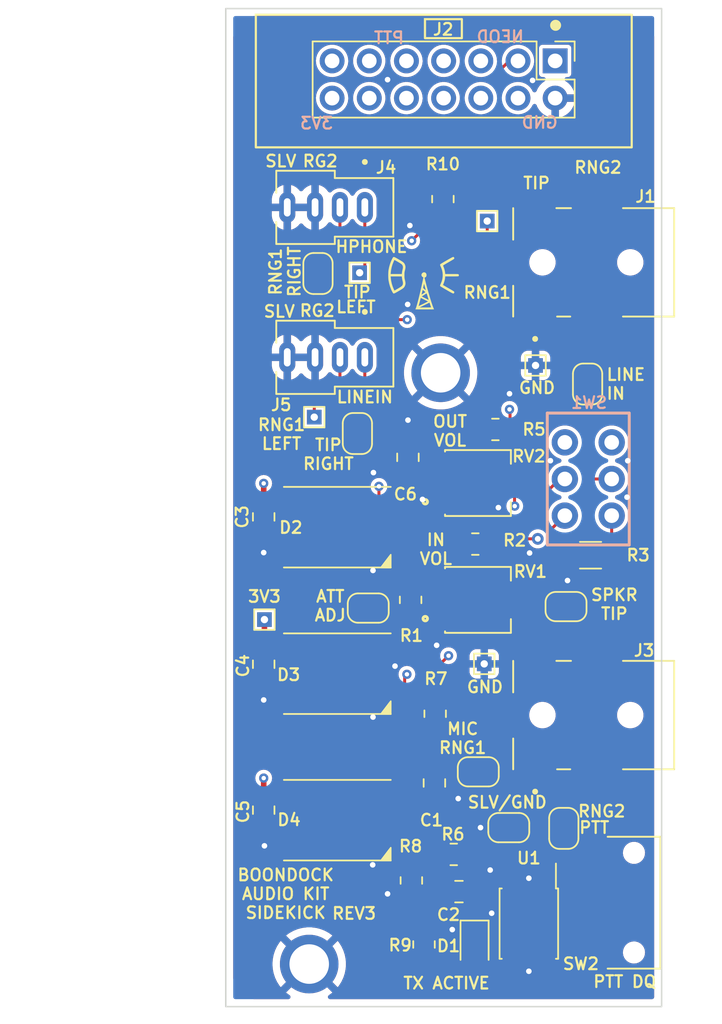
<source format=kicad_pcb>
(kicad_pcb (version 20211014) (generator pcbnew)
  (layers (0 "F.Cu" signal) (1 "In1.Cu" signal) (2 "In2.Cu" signal) (31 "B.Cu" signal) (34 "B.Paste" user) (35 "F.Paste" user) (36 "B.SilkS" user "B.Silkscreen") (37 "F.SilkS" user "F.Silkscreen") (38 "B.Mask" user) (39 "F.Mask" user) (44 "Edge.Cuts" user))
  (net 0 "")
  (net 1 "GND")
  (net 2 "+3.3V")
  (net 3 "/RADIO_OUT")
  (net 4 "/RADIO_IN")
  (net 5 "Net-(D2-Pad2)")
  (net 6 "/GPIO22")
  (net 7 "/GPIO18")
  (net 8 "Net-(J4-Pad1)")
  (net 9 "Net-(J4-Pad2)")
  (net 10 "/AFIN")
  (net 11 "/NEOD")
  (net 12 "Net-(D1-Pad2)")
  (net 13 "/LINEIN")
  (net 14 "Net-(D3-Pad2)")
  (net 15 "Net-(J5-Pad1)")
  (net 16 "/AFOUT")
  (net 17 "/COMBAUD")
  (net 18 "/PTT")
  (net 19 "Net-(JP6-Pad1)")
  (net 20 "/ATT_IN")
  (net 21 "/ATT_OUT")
  (net 22 "Net-(SW1-Pad3)")
  (net 23 "Net-(SW2-Pad1)")
  (net 36 "Net-(J5-Pad2)")
  (net 37 "Net-(R2-Pad2)")
  (net 38 "Net-(R5-Pad1)")
  (net 39 "Net-(R7-Pad2)")
  (net 40 "Net-(R6-Pad1)")
  (net 41 "Net-(J1-Pad3)")
  (net 42 "Net-(J3-Pad1)")
  (net 43 "Net-(J3-Pad3)")
  (net 44 "Net-(J3-Pad4_1)")
  (net 45 "unconnected-(J1-Pad4_1)")
  (footprint "Jumper:SolderJumper-2_P1.3mm_Open_RoundedPad1.0x1.5mm" (layer "F.Cu") (at 57.9628 75.946 180)
    (fp_text reference "JP6" hide)
    (fp_text value "Jumper_2_Open")
  )
  (footprint "Boondock-r1:SP-3541_PCBWay" (layer "F.Cu") (at 55.18 48.595)
    (fp_text reference "J4")
    (fp_text value "SP-3541")
  )
  (footprint "TestPoint:TestPoint_THTPad_1.0x1.0mm_Drill0.5mm" (layer "F.Cu") (at 66.0908 49.53)
    (fp_text reference "TP3" hide)
    (fp_text value "TP")
  )
  (footprint "Jumper:SolderJumper-2_P1.3mm_Bridged2Bar_RoundedPad1.0x1.5mm" (layer "F.Cu") (at 71.3232 90.9828 -90)
    (fp_text reference "JP3" hide)
    (fp_text value "JMP")
  )
  (footprint "Resistor_SMD:R_0805_2012Metric_Pad1.20x1.40mm_HandSolder" (layer "F.Cu") (at 65.278 71.5772 180)
    (fp_text reference "R2")
    (fp_text value "5.1k")
  )
  (footprint "Capacitor_SMD:C_0805_2012Metric_Pad1.18x1.45mm_HandSolder" (layer "F.Cu") (at 50.8208 69.7214 90)
    (fp_text reference "C3")
    (fp_text value "0.1u")
  )
  (footprint "Fiducial:Fiducial_0.75mm_Mask1.5mm" (layer "F.Cu") (at 49.5 36.295)
    (fp_text reference "FID3" hide)
    (fp_text value "Fiducial")
  )
  (footprint "Boondock-r1:SJ2-3594A-SMT-TR" (layer "F.Cu") (at 73.3656 83.2502 180)
    (fp_text reference "J3")
    (fp_text value "SJ2-3594A-SMT-TR")
  )
  (footprint "Capacitor_SMD:C_0805_2012Metric_Pad1.18x1.45mm_HandSolder" (layer "F.Cu") (at 62.484 87.884 -90)
    (fp_text reference "C1")
    (fp_text value "NP")
  )
  (footprint "TestPoint:TestPoint_THTPad_1.0x1.0mm_Drill0.5mm" (layer "F.Cu") (at 69.3928 59.3852)
    (fp_text reference "TP2" hide)
    (fp_text value "TP")
  )
  (footprint "Boondock-r1:SJ2-3594A-SMT-TR" (layer "F.Cu") (at 73.3656 52.3478 180)
    (fp_text reference "J1")
    (fp_text value "SJ2-3594A-SMT-TR")
  )
  (footprint "Boondock-r1:LED_WS2812B_PLCC4" (layer "F.Cu") (at 55.85 90.425)
    (fp_text reference "D4")
    (fp_text value "WS2812B")
  )
  (footprint "Fiducial:Fiducial_0.75mm_Mask1.5mm" (layer "F.Cu") (at 76.7288 36.295)
    (fp_text reference "FID2" hide)
    (fp_text value "Fiducial")
  )
  (footprint "Resistor_SMD:R_0805_2012Metric_Pad1.20x1.40mm_HandSolder" (layer "F.Cu") (at 66.6496 63.754)
    (fp_text reference "R5")
    (fp_text value "1k")
  )
  (footprint "Jumper:SolderJumper-2_P1.3mm_Bridged2Bar_RoundedPad1.0x1.5mm" (layer "F.Cu") (at 71.4756 75.8444)
    (fp_text reference "JP5" hide)
    (fp_text value "JMP")
  )
  (footprint "TestPoint:TestPoint_THTPad_1.0x1.0mm_Drill0.5mm" (layer "F.Cu") (at 54.2752 62.9142)
    (fp_text reference "TP9" hide)
    (fp_text value "TP")
  )
  (footprint "Jumper:SolderJumper-2_P1.3mm_Bridged2Bar_RoundedPad1.0x1.5mm" (layer "F.Cu") (at 57.2216 64.0318 90)
    (fp_text reference "JP8" hide)
    (fp_text value "JMP")
  )
  (footprint "TestPoint:TestPoint_THTPad_1.0x1.0mm_Drill0.5mm" (layer "F.Cu") (at 50.8716 76.7318)
    (fp_text reference "TP4" hide)
    (fp_text value "TP")
  )
  (footprint "Fiducial:Fiducial_0.75mm_Mask1.5mm" (layer "F.Cu") (at 49.5 101.8778)
    (fp_text reference "FID1" hide)
    (fp_text value "Fiducial" hide)
  )
  (footprint "Boondock-r3:LOGO" (layer "F.Cu") (at 61.732825 53.677964)
    (fp_text reference "LOGO1")
    (fp_text value "Fiducial" hide)
  )
  (footprint "Resistor_SMD:R_0805_2012Metric_Pad1.20x1.40mm_HandSolder" (layer "F.Cu") (at 60.9092 94.5388 -90)
    (fp_text reference "R8")
    (fp_text value "10k")
  )
  (footprint "Resistor_SMD:R_0805_2012Metric" (layer "F.Cu") (at 63.0636 48.0298 90)
    (fp_text reference "R10")
    (fp_text value "51")
  )
  (footprint "Boondock-r1:SP-3541_PCBWay" (layer "F.Cu") (at 55.18 58.83)
    (fp_text reference "J5")
    (fp_text value "SP-3541")
  )
  (footprint "TestPoint:TestPoint_THTPad_1.0x1.0mm_Drill0.5mm" (layer "F.Cu") (at 65.8876 79.756)
    (fp_text reference "TP1" hide)
    (fp_text value "TP")
  )
  (footprint "Capacitor_SMD:C_0805_2012Metric_Pad1.18x1.45mm_HandSolder" (layer "F.Cu") (at 50.8208 79.7798 90)
    (fp_text reference "C4")
    (fp_text value "0.1u")
  )
  (footprint "Capacitor_SMD:C_0805_2012Metric_Pad1.18x1.45mm_HandSolder" (layer "F.Cu") (at 64.1604 95.3008 180)
    (fp_text reference "C2")
    (fp_text value "0.1u")
  )
  (footprint "Boondock-r1:LED_WS2812B_PLCC4" (layer "F.Cu") (at 55.85 80.425)
    (fp_text reference "D3")
    (fp_text value "WS2812B")
  )
  (footprint "Resistor_SMD:R_0805_2012Metric_Pad1.20x1.40mm_HandSolder" (layer "F.Cu") (at 63.8048 92.7608 180)
    (fp_text reference "R6")
    (fp_text value "1k")
  )
  (footprint "Jumper:SolderJumper-2_P1.3mm_Bridged2Bar_RoundedPad1.0x1.5mm" (layer "F.Cu") (at 65.4812 87.122 180)
    (fp_text reference "JP4" hide)
    (fp_text value "JMP")
  )
  (footprint "Resistor_SMD:R_1206_3216Metric_Pad1.30x1.75mm_HandSolder" (layer "F.Cu") (at 73.152 72.3392)
    (fp_text reference "R3")
    (fp_text value "NP")
  )
  (footprint "Boondock-r1:TRIM_3314J-1-103E" (layer "F.Cu") (at 65.4592 67.4116 -90)
    (fp_text reference "RV2")
    (fp_text value "5k")
  )
  (footprint "Package_SO:SO-4_4.4x3.6mm_P2.54mm" (layer "F.Cu") (at 68.9356 97.4852 -90)
    (fp_text reference "U1")
    (fp_text value "LTV-355T")
  )
  (footprint "Boondock-r1:TRIM_3314J-1-103E" (layer "F.Cu") (at 65.4592 75.3872 -90)
    (fp_text reference "RV1")
    (fp_text value "5k")
  )
  (footprint "Boondock-r1:SW_JS102011SAQN" (layer "F.Cu") (at 76.1184 96.0552 90)
    (fp_text reference "SW2")
    (fp_text value "SW_SLIDE_SPDT")
  )
  (footprint "MountingHole:MountingHole_2.7mm_M2.5_ISO7380_Pad" (layer "F.Cu") (at 62.91 59.885)
    (fp_text reference "H1" hide)
    (fp_text value "MTG")
  )
  (footprint "TestPoint:TestPoint_THTPad_1.0x1.0mm_Drill0.5mm" (layer "F.Cu") (at 57.374 53.059)
    (fp_text reference "TP6" hide)
    (fp_text value "TP")
  )
  (footprint "Resistor_SMD:R_0805_2012Metric_Pad1.20x1.40mm_HandSolder" (layer "F.Cu") (at 61.7728 98.9076 90)
    (fp_text reference "R9")
    (fp_text value "680")
  )
  (footprint "Resistor_SMD:R_0805_2012Metric_Pad1.20x1.40mm_HandSolder" (layer "F.Cu") (at 62.5348 83.1596 90)
    (fp_text reference "R7")
    (fp_text value "100")
  )
  (footprint "Jumper:SolderJumper-2_P1.3mm_Bridged2Bar_RoundedPad1.0x1.5mm" (layer "F.Cu") (at 67.564 90.932 180)
    (fp_text reference "JP2" hide)
    (fp_text value "JMP")
  )
  (footprint "Jumper:SolderJumper-2_P1.3mm_Bridged2Bar_RoundedPad1.0x1.5mm" (layer "F.Cu") (at 72.9488 60.6552 -90)
    (fp_text reference "JP1" hide)
    (fp_text value "JMP")
  )
  (footprint "Capacitor_SMD:C_0805_2012Metric_Pad1.18x1.45mm_HandSolder" (layer "F.Cu") (at 60.676 65.6574 90)
    (fp_text reference "C6")
    (fp_text value "NP")
  )
  (footprint "Jumper:SolderJumper-2_P1.3mm_Bridged2Bar_RoundedPad1.0x1.5mm" (layer "F.Cu") (at 54.5292 53.1098 90)
    (fp_text reference "JP7" hide)
    (fp_text value "JMP")
  )
  (footprint "Connector_PinHeader_2.54mm:PinHeader_2x07_P2.54mm_Vertical" (layer "F.Cu") (at 70.734 38.5982 -90)
    (fp_text reference "J2")
    (fp_text value "Conn_02x07_Odd_Even")
  )
  (footprint "MountingHole:MountingHole_2.7mm_M2.5_ISO7380_Pad" (layer "F.Cu") (at 53.93 100.245)
    (fp_text reference "H2" hide)
    (fp_text value "MTG")
  )
  (footprint "LED_SMD:LED_0805_2012Metric" (layer "F.Cu") (at 65.2272 98.9584 -90)
    (fp_text reference "D1")
    (fp_text value "GREEN")
  )
  (footprint "Capacitor_SMD:C_0805_2012Metric_Pad1.18x1.45mm_HandSolder" (layer "F.Cu") (at 50.8208 89.7366 90)
    (fp_text reference "C5")
    (fp_text value "0.1u")
  )
  (footprint "Boondock-r1:LED_WS2812B_PLCC4" (layer "F.Cu") (at 55.85 70.425)
    (fp_text reference "D2")
    (fp_text value "WS2812B")
  )
  (footprint "Resistor_SMD:R_0805_2012Metric_Pad1.20x1.40mm_HandSolder" (layer "F.Cu") (at 60.8584 75.3872 90)
    (fp_text reference "R1")
    (fp_text value "3.3k")
  )
  (footprint "Boondock-r1:JS202011CQN" (layer "B.Cu") (at 74.5952 69.6358 180)
    (fp_text reference "SW1")
    (fp_text value "JS202011CQN" hide)
  )
  (gr_rect (start 50.284 35.4482) (end 75.964 44.4982) (layer "F.SilkS") (width 0.15) (fill none))
  (gr_circle (center 70.7644 36.1696) (end 71.0644 36.1696) (layer "F.SilkS") (width 0.15) (fill solid))
  (gr_rect (start 61.839 35.7482) (end 64.359 37.045) (layer "F.SilkS") (width 0.15) (fill none))
  (gr_rect (start 48.23 35.025) (end 78.0062 103.15) (layer "Edge.Cuts") (width 0.1) (fill none))
  (gr_text "NEOD" (at 66.98 36.95) (layer "B.SilkS") (effects (font (size 0.8 0.8)) (justify mirror)))
  (gr_text "3V3" (at 54.43 42.85) (layer "B.SilkS") (effects (font (size 0.8 0.8)) (justify mirror)))
  (gr_text "PTT" (at 59.38 37.025) (layer "B.SilkS") (effects (font (size 0.8 0.8)) (justify mirror)))
  (gr_text "GND" (at 69.68 42.8) (layer "B.SilkS") (effects (font (size 0.8 0.8)) (justify mirror)))
  (gr_text "RNG2" (at 73.914 89.8144) (layer "F.SilkS") (effects (font (size 0.8 0.8))))
  (gr_text "ATT\nADJ" (at 55.372 75.7936) (layer "F.SilkS") (effects (font (size 0.8 0.8))))
  (gr_text "RNG1\nLEFT" (at 52.04 64.0826) (layer "F.SilkS") (effects (font (size 0.8 0.8))))
  (gr_text "SPKR\nTIP" (at 74.7776 75.692) (layer "F.SilkS") (effects (font (size 0.8 0.8))))
  (gr_text "TIP\nRIGHT" (at 55.2404 65.4542) (layer "F.SilkS") (effects (font (size 0.8 0.8))))
  (gr_text "PTT DQ" (at 75.4888 101.4476) (layer "F.SilkS") (effects (font (size 0.8 0.8))))
  (gr_text "TIP" (at 70.4596 46.9392) (layer "F.SilkS") (effects (font (size 0.8 0.8)) (justify right)))
  (gr_text "RNG1" (at 66.0908 54.4068) (layer "F.SilkS") (effects (font (size 0.8 0.8))))
  (gr_text "REV3" (at 56.9976 96.792) (layer "F.SilkS") (effects (font (size 0.8 0.8))))
  (gr_text "RG2" (at 54.4784 55.6498) (layer "F.SilkS") (effects (font (size 0.8 0.8))))
  (gr_text "LINE\nIN" (at 74.168 60.6552) (layer "F.SilkS") (effects (font (size 0.8 0.8)) (justify left)))
  (gr_text "OUT\nVOL" (at 63.5508 63.8556) (layer "F.SilkS") (effects (font (size 0.8 0.8))))
  (gr_text "IN\nVOL" (at 62.5856 71.9328) (layer "F.SilkS") (effects (font (size 0.8 0.8))))
  (gr_text "BOONDOCK\nAUDIO KIT\nSIDEKICK" (at 52.324 95.4532) (layer "F.SilkS") (effects (font (size 0.8 0.8))))
  (gr_text "HPHONE" (at 58.1868 51.281) (layer "F.SilkS") (effects (font (size 0.8 0.8))))
  (gr_text "RNG1\nRIGHT" (at 52.2732 52.9844 90) (layer "F.SilkS") (effects (font (size 0.8 0.8))))
  (gr_text "MIC\nRNG1" (at 64.4144 84.836) (layer "F.SilkS") (effects (font (size 0.8 0.8))))
  (gr_text "TIP" (at 57.2216 54.3798) (layer "F.SilkS") (effects (font (size 0.8 0.8))))
  (gr_text "LINEIN" (at 57.7296 61.5426) (layer "F.SilkS") (effects (font (size 0.8 0.8))))
  (gr_text "LEFT" (at 57.12 55.3958) (layer "F.SilkS") (effects (font (size 0.8 0.8))))
  (gr_text "SLV" (at 51.9892 45.439) (layer "F.SilkS") (effects (font (size 0.8 0.8))))
  (gr_text "RNG2" (at 73.66 45.8724) (layer "F.SilkS") (effects (font (size 0.8 0.8))))
  (gr_text "PTT" (at 73.406 90.932) (layer "F.SilkS") (effects (font (size 0.8 0.8))))
  (gr_text "GND" (at 69.4944 60.9092) (layer "F.SilkS") (effects (font (size 0.8 0.8))))
  (gr_text "SLV" (at 51.8876 55.7006) (layer "F.SilkS") (effects (font (size 0.8 0.8))))
  (gr_text "RG2" (at 54.6816 45.439) (layer "F.SilkS") (effects (font (size 0.8 0.8))))
  (gr_text "GND" (at 65.9384 81.3308) (layer "F.SilkS") (effects (font (size 0.8 0.8))))
  (gr_text "3V3" (at 50.8716 75.157) (layer "F.SilkS") (effects (font (size 0.8 0.8))))
  (gr_text "TX ACTIVE" (at 66.3448 101.5492) (layer "F.SilkS") (effects (font (size 0.8 0.8)) (justify right)))
  (gr_text "SLV/GND" (at 67.4624 89.2048) (layer "F.SilkS") (effects (font (size 0.8 0.8))))
  (segment (start 65.6336 90.932) (end 66.914 90.932) (width 0.2032) (layer "F.Cu") (net 1))
  (via (at 50.8208 72.1598) (size 0.8128) (drill 0.381) (layers "F.Cu" "B.Cu") (net 1))
  (via (at 58.2884 73.379) (size 0.8128) (drill 0.381) (layers "F.Cu" "B.Cu") (net 1))
  (via (at 71.5772 74.0664) (size 0.8128) (drill 0.381) (layers "F.Cu" "B.Cu") (net 1))
  (via (at 58.3184 66.7004) (size 0.8128) (drill 0.381) (layers "F.Cu" "B.Cu") (net 1))
  (via (at 59.2836 39.878) (size 0.8128) (drill 0.381) (layers "F.Cu" "B.Cu") (net 1))
  (via (at 66.3956 96.774) (size 0.8128) (drill 0.381) (layers "F.Cu" "B.Cu") (net 1))
  (via (at 61.6712 68.5292) (size 0.8128) (drill 0.381) (layers "F.Cu" "B.Cu") (net 1))
  (via (at 60.8076 49.8348) (size 0.8128) (drill 0.381) (layers "F.Cu" "B.Cu") (net 1))
  (via (at 66.8528 69.088) (size 0.8128) (drill 0.381) (layers "F.Cu" "B.Cu") (net 1))
  (via (at 63.7032 97.8916) (size 0.8128) (drill 0.381) (layers "F.Cu" "B.Cu") (net 1))
  (via (at 69.1896 39.9288) (size 0.8128) (drill 0.381) (layers "F.Cu" "B.Cu") (net 1))
  (via (at 75.692 65.8876) (size 0.8128) (drill 0.381) (layers "F.Cu" "B.Cu") (net 1))
  (via (at 60.6552 55.2196) (size 0.8128) (drill 0.381) (layers "F.Cu" "B.Cu") (net 1))
  (via (at 68.9356 94.3864) (size 0.8128) (drill 0.381) (layers "F.Cu" "B.Cu") (net 1))
  (via (at 67.6148 61.3156) (size 0.8128) (drill 0.381) (layers "F.Cu" "B.Cu") (net 1))
  (via (at 62.6364 78.486) (size 0.8128) (drill 0.381) (layers "F.Cu" "B.Cu") (net 1))
  (via (at 58.2676 93.472) (size 0.8128) (drill 0.381) (layers "F.Cu" "B.Cu") (net 1))
  (via (at 59.2836 95.4532) (size 0.8128) (drill 0.381) (layers "F.Cu" "B.Cu") (net 1))
  (via (at 59.7916 79.9084) (size 0.8128) (drill 0.381) (layers "F.Cu" "B.Cu") (net 1))
  (via (at 66.294 93.8276) (size 0.8128) (drill 0.381) (layers "F.Cu" "B.Cu") (net 1))
  (via (at 50.8716 92.175) (size 0.8128) (drill 0.381) (layers "F.Cu" "B.Cu") (net 1))
  (via (at 75.6412 68.3768) (size 0.8128) (drill 0.381) (layers "F.Cu" "B.Cu") (net 1))
  (via (at 50.8208 82.2182) (size 0.8128) (drill 0.381) (layers "F.Cu" "B.Cu") (net 1))
  (via (at 64.1096 88.9508) (size 0.8128) (drill 0.381) (layers "F.Cu" "B.Cu") (net 1))
  (via (at 68.9356 100.7364) (size 0.8128) (drill 0.381) (layers "F.Cu" "B.Cu") (net 1))
  (via (at 70.4088 65.8876) (size 0.8128) (drill 0.381) (layers "F.Cu" "B.Cu") (net 1))
  (via (at 60.676 63.1174) (size 0.8128) (drill 0.381) (layers "F.Cu" "B.Cu") (net 1))
  (via (at 68.9864 72.1868) (size 0.8128) (drill 0.381) (layers "F.Cu" "B.Cu") (net 1))
  (via (at 58.2884 83.3866) (size 0.8128) (drill 0.381) (layers "F.Cu" "B.Cu") (net 1))
  (via (at 65.6336 90.932) (size 0.8128) (drill 0.381) (layers "F.Cu" "B.Cu") (net 1))
  (segment (start 53.3952 78.8298) (end 50.8208 78.8298) (width 0.381) (layer "F.Cu") (net 2))
  (segment (start 50.8208 67.4354) (end 50.8208 68.7714) (width 0.381) (layer "F.Cu") (net 2))
  (segment (start 53.4 68.825) (end 50.8744 68.825) (width 0.381) (layer "F.Cu") (net 2))
  (segment (start 50.8208 87.5522) (end 50.8208 88.7866) (width 0.381) (layer "F.Cu") (net 2))
  (segment (start 53.4 88.825) (end 50.91 88.825) (width 0.381) (layer "F.Cu") (net 2))
  (segment (start 50.8716 76.7318) (end 50.8716 78.779) (width 0.381) (layer "F.Cu") (net 2))
  (via (at 50.8208 87.5522) (size 0.635) (drill 0.3048) (layers "F.Cu" "B.Cu") (net 2))
  (via (at 50.8208 67.4354) (size 0.635) (drill 0.3048) (layers "F.Cu" "B.Cu") (net 2))
  (segment (start 67.6496 62.4172) (end 67.6496 63.754) (width 0.2032) (layer "F.Cu") (net 3))
  (segment (start 60.6252 56.2594) (end 57.0288 56.2594) (width 0.2032) (layer "F.Cu") (net 3))
  (segment (start 67.6148 62.3824) (end 67.6496 62.4172) (width 0.2032) (layer "F.Cu") (net 3))
  (segment (start 57.0288 56.2594) (end 54.5292 53.7598) (width 0.2032) (layer "F.Cu") (net 3))
  (via (at 60.6252 56.2594) (size 0.635) (drill 0.3048) (layers "F.Cu" "B.Cu") (net 3))
  (via (at 67.6148 62.3824) (size 0.635) (drill 0.3048) (layers "F.Cu" "B.Cu") (net 3))
  (segment (start 60.676 68.6008) (end 61.9252 69.85) (width 0.2032) (layer "F.Cu") (net 4))
  (segment (start 57.516 64.6818) (end 59.5291 66.6949) (width 0.2032) (layer "F.Cu") (net 4))
  (segment (start 61.9252 69.85) (end 68.326 69.85) (width 0.2032) (layer "F.Cu") (net 4))
  (segment (start 59.5291 66.6949) (end 60.676 66.6949) (width 0.2032) (layer "F.Cu") (net 4))
  (segment (start 68.326 69.85) (end 70.99 67.186) (width 0.2032) (layer "F.Cu") (net 4))
  (segment (start 60.676 66.6949) (end 60.676 68.6008) (width 0.2032) (layer "F.Cu") (net 4))
  (segment (start 53.4 74.1772) (end 58.0478 78.825) (width 0.2032) (layer "F.Cu") (net 5))
  (segment (start 53.4 72.025) (end 53.4 74.1772) (width 0.2032) (layer "F.Cu") (net 5))
  (segment (start 66.899 39.2922) (end 66.899 42.4672) (width 0.2032) (layer "F.Cu") (net 6))
  (segment (start 67.593 38.5982) (end 66.899 39.2922) (width 0.2032) (layer "F.Cu") (net 6))
  (segment (start 66.899 42.4672) (end 63.0636 46.3026) (width 0.2032) (layer "F.Cu") (net 6))
  (segment (start 63.0636 46.3026) (end 63.0636 47.1173) (width 0.2032) (layer "F.Cu") (net 6))
  (segment (start 60.6044 80.4672) (end 60.452 80.6196) (width 0.2032) (layer "F.Cu") (net 7))
  (segment (start 63.1229 96.5575) (end 61.7728 97.9076) (width 0.2032) (layer "F.Cu") (net 7))
  (segment (start 60.452 80.6196) (end 60.452 93.0816) (width 0.2032) (layer "F.Cu") (net 7))
  (segment (start 63.1229 95.3008) (end 63.1229 96.5575) (width 0.2032) (layer "F.Cu") (net 7))
  (segment (start 61.2808 93.1672) (end 62.3984 93.1672) (width 0.2032) (layer "F.Cu") (net 7))
  (segment (start 62.8048 92.7608) (end 62.8048 94.9827) (width 0.2032) (layer "F.Cu") (net 7))
  (via (at 60.6044 80.4672) (size 0.635) (drill 0.3048) (layers "F.Cu" "B.Cu") (net 7))
  (segment (start 57.73 48.595) (end 57.73 52.703) (width 0.2032) (layer "F.Cu") (net 8))
  (segment (start 56.03 48.595) (end 56.03 50.085) (width 0.2032) (layer "F.Cu") (net 9))
  (segment (start 54.2827 51.8323) (end 54.2827 52.2133) (width 0.2032) (layer "F.Cu") (net 9))
  (segment (start 56.03 50.085) (end 54.2827 51.8323) (width 0.2032) (layer "F.Cu") (net 9))
  (segment (start 62.5348 84.1596) (end 62.5348 86.7957) (width 0.2032) (layer "F.Cu") (net 10))
  (segment (start 62.484 86.8465) (end 64.5557 86.8465) (width 0.2032) (layer "F.Cu") (net 10))
  (segment (start 58.6948 67.6386) (end 58.6948 68.4302) (width 0.2032) (layer "F.Cu") (net 11))
  (segment (start 60.93 50.8746) (end 62.8623 48.9423) (width 0.2032) (layer "F.Cu") (net 11))
  (via (at 60.93 50.8746) (size 0.635) (drill 0.3048) (layers "F.Cu" "B.Cu") (net 11))
  (via (at 58.6948 67.6386) (size 0.635) (drill 0.3048) (layers "F.Cu" "B.Cu") (net 11))
  (segment (start 61.7728 99.9076) (end 65.2155 99.9076) (width 0.2032) (layer "F.Cu") (net 12))
  (segment (start 71.4456 58.7964) (end 72.6544 60.0052) (width 0.2032) (layer "F.Cu") (net 13))
  (segment (start 71.4456 50.8238) (end 71.4456 58.7964) (width 0.2032) (layer "F.Cu") (net 13))
  (segment (start 69.4196 48.7978) (end 71.4456 50.8238) (width 0.2032) (layer "F.Cu") (net 13))
  (segment (start 53.4 82.025) (end 53.4 84.2356) (width 0.2032) (layer "F.Cu") (net 14))
  (segment (start 53.4 84.2356) (end 57.9894 88.825) (width 0.2032) (layer "F.Cu") (net 14))
  (segment (start 57.73 58.83) (end 57.73 62.8734) (width 0.2032) (layer "F.Cu") (net 15))
  (segment (start 57.73 62.8734) (end 57.2216 63.3818) (width 0.2032) (layer "F.Cu") (net 15))
  (segment (start 70.2564 76.4136) (end 70.2564 79.7078) (width 0.2032) (layer "F.Cu") (net 16))
  (segment (start 70.8256 75.8444) (end 70.2564 76.4136) (width 0.2032) (layer "F.Cu") (net 16))
  (segment (start 74.5952 67.1358) (end 72.9706 67.1358) (width 0.2032) (layer "F.Cu") (net 17))
  (segment (start 72.9488 67.1576) (end 72.9488 67.2084) (width 0.2032) (layer "F.Cu") (net 17))
  (segment (start 72.9488 74.93) (end 72.3288 75.55) (width 0.2032) (layer "F.Cu") (net 17))
  (segment (start 72.9488 61.3052) (end 72.9488 67.2084) (width 0.2032) (layer "F.Cu") (net 17))
  (segment (start 72.9488 67.2084) (end 72.9488 74.93) (width 0.2032) (layer "F.Cu") (net 17))
  (segment (start 72.9706 67.1358) (end 72.9488 67.1576) (width 0.2032) (layer "F.Cu") (net 17))
  (segment (start 71.5772 94.8974) (end 72.735 96.0552) (width 0.2032) (layer "F.Cu") (net 18))
  (segment (start 71.5772 91.8868) (end 71.5772 94.8974) (width 0.2032) (layer "F.Cu") (net 18))
  (segment (start 61.0084 76.5372) (end 63.9592 76.5372) (width 0.2032) (layer "F.Cu") (net 19))
  (segment (start 60.4172 75.946) (end 58.6128 75.946) (width 0.2032) (layer "F.Cu") (net 19))
  (segment (start 74.5952 69.6358) (end 74.5952 72.588) (width 0.2032) (layer "F.Cu") (net 20))
  (segment (start 69.5452 71.2216) (end 66.6336 71.2216) (width 0.2032) (layer "F.Cu") (net 20))
  (via (at 69.5452 71.2216) (size 0.8) (drill 0.4) (layers "F.Cu" "B.Cu") (net 20))
  (segment (start 71.3952 69.6358) (end 70.4088 70.6222) (width 0.2032) (layer "F.Cu") (net 21))
  (segment (start 70.4088 70.6222) (end 70.4088 72.4376) (width 0.2032) (layer "F.Cu") (net 21))
  (segment (start 70.4088 72.4376) (end 68.042 74.8044) (width 0.2032) (layer "F.Cu") (net 21))
  (segment (start 73.3184 98.5552) (end 71.6248 98.5552) (width 0.2032) (layer "F.Cu") (net 23))
  (segment (start 71.6248 98.5552) (end 70.2056 99.9744) (width 0.2032) (layer "F.Cu") (net 23))
  (segment (start 54.2752 62.9142) (end 54.2752 62.0506) (width 0.2032) (layer "F.Cu") (net 36))
  (segment (start 54.2752 62.0506) (end 56.03 60.2958) (width 0.2032) (layer "F.Cu") (net 36))
  (segment (start 56.03 60.2958) (end 56.03 58.83) (width 0.2032) (layer "F.Cu") (net 36))
  (segment (start 64.278 71.5772) (end 64.278 73.7964) (width 0.2032) (layer "F.Cu") (net 37))
  (segment (start 65.6496 64.8556) (end 65.6496 63.754) (width 0.2032) (layer "F.Cu") (net 38))
  (segment (start 64.2644 66.2408) (end 65.6496 64.8556) (width 0.2032) (layer "F.Cu") (net 38))
  (segment (start 63.4492 79.1972) (end 62.5348 80.1116) (width 0.2032) (layer "F.Cu") (net 39))
  (segment (start 62.5348 80.1116) (end 62.5348 82.1596) (width 0.2032) (layer "F.Cu") (net 39))
  (segment (start 67.9592 68.9752) (end 67.9592 67.4116) (width 0.2032) (layer "F.Cu") (net 39))
  (segment (start 67.9704 68.9864) (end 67.9592 68.9752) (width 0.2032) (layer "F.Cu") (net 39))
  (via (at 67.9704 68.9864) (size 0.635) (drill 0.3048) (layers "F.Cu" "B.Cu") (net 39))
  (via (at 63.4492 79.1972) (size 0.635) (drill 0.3048) (layers "F.Cu" "B.Cu") (net 39))
  (segment (start 64.8556 92.8116) (end 69.342 92.8116) (width 0.2032) (layer "F.Cu") (net 40))
  (segment (start 69.342 92.8116) (end 70.2056 93.6752) (width 0.2032) (layer "F.Cu") (net 40))
  (segment (start 66.0908 49.53) (end 66.0908 51.723) (width 0.2032) (layer "F.Cu") (net 41))
  (segment (start 69.3656 89.486) (end 68.2648 90.5868) (width 0.2032) (layer "F.Cu") (net 42))
  (segment (start 69.3656 86.8002) (end 69.3656 89.486) (width 0.2032) (layer "F.Cu") (net 42))
  (segment (start 65.7756 84.1902) (end 65.7756 86.7664) (width 0.2032) (layer "F.Cu") (net 43))
  (segment (start 71.3232 89.662) (end 71.3232 90.3328) (width 0.2032) (layer "F.Cu") (net 44))
  (segment (start 72.8948 88.0904) (end 71.3232 89.662) (width 0.2032) (layer "F.Cu") (net 44))
  (segment (start 73.5656 79.7502) (end 73.5656 88.7502) (width 0.2032) (layer "F.Cu") (net 44))
  (segment (start 73.5656 47.8478) (end 73.5656 56.8478) (width 0.2032) (layer "F.Cu") (net 45))
  (zone (net 1) (net_name "GND") (layer "F.Cu") (connect_pads (clearance 0.254)) (min_thickness 0.3) (fill yes (thermal_gap 0.508) (thermal_bridge_width 0.508))
    (polygon (pts (xy 78.77468 34.566684) (xy 79.421822 103.673231) (xy 48.135141 103.47222) (xy 48.162999 34.465673) (xy 48.237999 34.440673)))
  )
  (zone (net 1) (net_name "GND") (layer "B.Cu") (connect_pads (clearance 0.254)) (min_thickness 0.3) (fill yes (thermal_gap 0.508) (thermal_bridge_width 0.508))
    (polygon (pts (xy 78.215286 34.595655) (xy 78.862428 103.702202) (xy 48.202913 103.495318) (xy 48.230771 34.488771) (xy 48.305771 34.463771)))
  )
)
</source>
